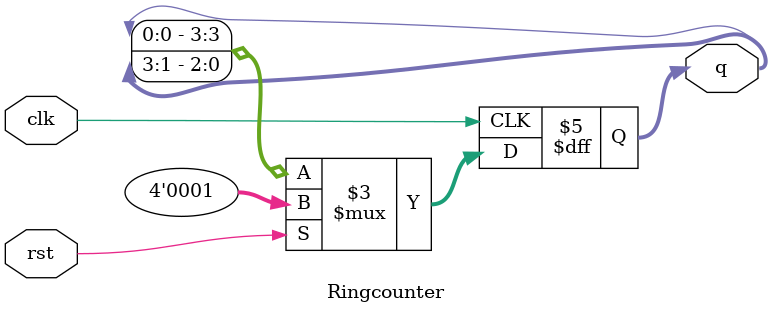
<source format=v>
`timescale 1ns / 1ps
module Ringcounter(
    input clk,rst,
	 output reg [3:0]q
    );
always@(posedge clk)
begin


if(rst)
begin
q<=4'b0001;
end

else
begin
q<={q[0],q[3:1]};
end

end

endmodule

</source>
